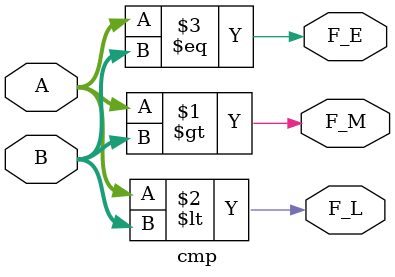
<source format=v>
/********************************°æÈ¨ÉùÃ÷**************************************
**
**-------------------------------------------ÎÄ¼þÐÅÏ¢----------------------------------------------------------
** ÎÄ¼þÃû³Æ£ºcmp.v
** ¹¦ÄÜÃèÊö£º2Î»±È½ÏÆ÷µÄÃèÊö
**           ¾ßÓÐ´óÓÚ¡¢Ð¡ÓÚºÍµÈÓÚÈýÖÖÅÐ¶Ï¹¦ÄÜ
** 
*******************************************************************************/
module cmp(
	A  ,				//ÊäÈëÓÉ¿ª¹Ø¾ö¶¨£¬0£º°´ÏÂ£¬1£ºÎ´°´ÏÂ
	B  ,				//ÊäÈëÓÉ¿ª¹Ø¾ö¶¨£¬0£º°´ÏÂ£¬1£ºÎ´°´ÏÂ
	F_M,				//´óÓÚÊä³ö£¬0£ºµãÁÁ£¬1£ºÏ¨Ãð
	F_L,				//Ð¡ÓÚÊä³ö£¬0£ºµãÁÁ£¬1£ºÏ¨Ãð
	F_E					//µÈÓÚÊä³ö£¬0£ºµãÁÁ£¬1£ºÏ¨Ãð
	);						
input		[1:0]	A;		//ÊäÈë¶Ë¿Ú£¬2Î»
input		[1:0]	B;		//ÊäÈë¶Ë¿Ú£¬2Î»

output		F_M;			//Êä³ö¶Ë¿Ú
output		F_L;			//Êä³ö¶Ë¿Ú
output		F_E;			//Êä³ö¶Ë¿Ú

assign F_M = (A>B);			//Ö±½Ó¸³Öµ£¬´óÓÚµÄÊ±ºòÊä³öÂß¼­1
assign F_L = (A<B);			//Ö±½Ó¸³Öµ£¬Ð¡ÓÚµÄÊ±ºòÊä³öÂß¼­1
assign F_E = (A==B);		//Ö±½Ó¸³Öµ£¬µÈÓÚµÄÊ±ºòÊä³öÂß¼­1

endmodule

</source>
